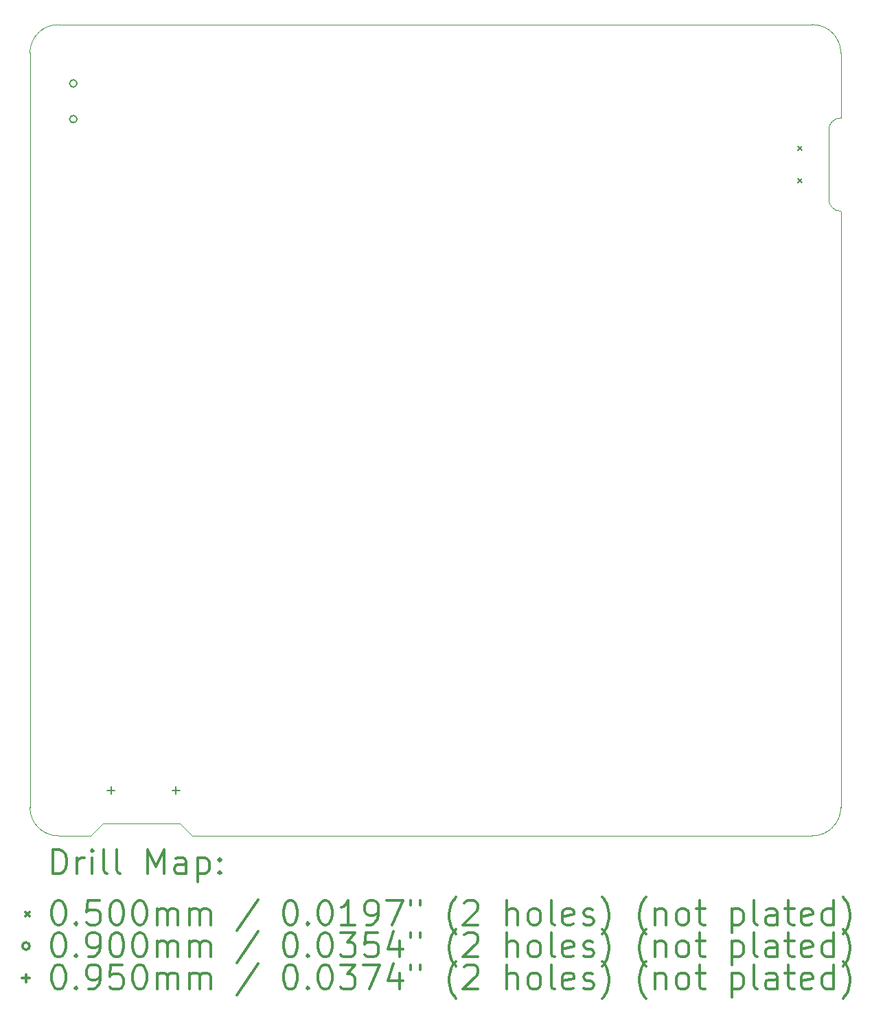
<source format=gbr>
%FSLAX45Y45*%
G04 Gerber Fmt 4.5, Leading zero omitted, Abs format (unit mm)*
G04 Created by KiCad (PCBNEW (5.1.10)-1) date 2021-11-18 19:13:32*
%MOMM*%
%LPD*%
G01*
G04 APERTURE LIST*
%TA.AperFunction,Profile*%
%ADD10C,0.050000*%
%TD*%
%ADD11C,0.200000*%
%ADD12C,0.300000*%
G04 APERTURE END LIST*
D10*
X5350000Y-16000000D02*
X5750000Y-16000000D01*
X5900000Y-15850000D02*
X5750000Y-16000000D01*
X6850000Y-15850000D02*
X5900000Y-15850000D01*
X7000000Y-16000000D02*
X6850000Y-15850000D01*
X15000000Y-6350000D02*
X15000000Y-7150000D01*
X14850000Y-8150000D02*
X14850000Y-7300000D01*
X15000000Y-8300000D02*
G75*
G02*
X14850000Y-8150000I0J150000D01*
G01*
X14850000Y-7300000D02*
G75*
G02*
X15000000Y-7150000I150000J0D01*
G01*
X5000000Y-6350000D02*
G75*
G02*
X5350000Y-6000000I350000J0D01*
G01*
X5350000Y-16000000D02*
G75*
G02*
X5000000Y-15650000I0J350000D01*
G01*
X15000000Y-15650000D02*
G75*
G02*
X14650000Y-16000000I-350000J0D01*
G01*
X14650000Y-6000000D02*
G75*
G02*
X15000000Y-6350000I0J-350000D01*
G01*
X5000000Y-6350000D02*
X5000000Y-15650000D01*
X14650000Y-6000000D02*
X5350000Y-6000000D01*
X15000000Y-15650000D02*
X15000000Y-8300000D01*
X7000000Y-16000000D02*
X14650000Y-16000000D01*
D11*
X14472500Y-7501500D02*
X14522500Y-7551500D01*
X14522500Y-7501500D02*
X14472500Y-7551500D01*
X14472500Y-7897500D02*
X14522500Y-7947500D01*
X14522500Y-7897500D02*
X14472500Y-7947500D01*
X5580000Y-6725000D02*
G75*
G03*
X5580000Y-6725000I-45000J0D01*
G01*
X5580000Y-7165000D02*
G75*
G03*
X5580000Y-7165000I-45000J0D01*
G01*
X6000000Y-15392500D02*
X6000000Y-15487500D01*
X5952500Y-15440000D02*
X6047500Y-15440000D01*
X6800000Y-15392500D02*
X6800000Y-15487500D01*
X6752500Y-15440000D02*
X6847500Y-15440000D01*
D12*
X5283928Y-16468214D02*
X5283928Y-16168214D01*
X5355357Y-16168214D01*
X5398214Y-16182500D01*
X5426786Y-16211071D01*
X5441071Y-16239643D01*
X5455357Y-16296786D01*
X5455357Y-16339643D01*
X5441071Y-16396786D01*
X5426786Y-16425357D01*
X5398214Y-16453929D01*
X5355357Y-16468214D01*
X5283928Y-16468214D01*
X5583928Y-16468214D02*
X5583928Y-16268214D01*
X5583928Y-16325357D02*
X5598214Y-16296786D01*
X5612500Y-16282500D01*
X5641071Y-16268214D01*
X5669643Y-16268214D01*
X5769643Y-16468214D02*
X5769643Y-16268214D01*
X5769643Y-16168214D02*
X5755357Y-16182500D01*
X5769643Y-16196786D01*
X5783928Y-16182500D01*
X5769643Y-16168214D01*
X5769643Y-16196786D01*
X5955357Y-16468214D02*
X5926786Y-16453929D01*
X5912500Y-16425357D01*
X5912500Y-16168214D01*
X6112500Y-16468214D02*
X6083928Y-16453929D01*
X6069643Y-16425357D01*
X6069643Y-16168214D01*
X6455357Y-16468214D02*
X6455357Y-16168214D01*
X6555357Y-16382500D01*
X6655357Y-16168214D01*
X6655357Y-16468214D01*
X6926786Y-16468214D02*
X6926786Y-16311071D01*
X6912500Y-16282500D01*
X6883928Y-16268214D01*
X6826786Y-16268214D01*
X6798214Y-16282500D01*
X6926786Y-16453929D02*
X6898214Y-16468214D01*
X6826786Y-16468214D01*
X6798214Y-16453929D01*
X6783928Y-16425357D01*
X6783928Y-16396786D01*
X6798214Y-16368214D01*
X6826786Y-16353929D01*
X6898214Y-16353929D01*
X6926786Y-16339643D01*
X7069643Y-16268214D02*
X7069643Y-16568214D01*
X7069643Y-16282500D02*
X7098214Y-16268214D01*
X7155357Y-16268214D01*
X7183928Y-16282500D01*
X7198214Y-16296786D01*
X7212500Y-16325357D01*
X7212500Y-16411071D01*
X7198214Y-16439643D01*
X7183928Y-16453929D01*
X7155357Y-16468214D01*
X7098214Y-16468214D01*
X7069643Y-16453929D01*
X7341071Y-16439643D02*
X7355357Y-16453929D01*
X7341071Y-16468214D01*
X7326786Y-16453929D01*
X7341071Y-16439643D01*
X7341071Y-16468214D01*
X7341071Y-16282500D02*
X7355357Y-16296786D01*
X7341071Y-16311071D01*
X7326786Y-16296786D01*
X7341071Y-16282500D01*
X7341071Y-16311071D01*
X4947500Y-16937500D02*
X4997500Y-16987500D01*
X4997500Y-16937500D02*
X4947500Y-16987500D01*
X5341071Y-16798214D02*
X5369643Y-16798214D01*
X5398214Y-16812500D01*
X5412500Y-16826786D01*
X5426786Y-16855357D01*
X5441071Y-16912500D01*
X5441071Y-16983929D01*
X5426786Y-17041072D01*
X5412500Y-17069643D01*
X5398214Y-17083929D01*
X5369643Y-17098214D01*
X5341071Y-17098214D01*
X5312500Y-17083929D01*
X5298214Y-17069643D01*
X5283928Y-17041072D01*
X5269643Y-16983929D01*
X5269643Y-16912500D01*
X5283928Y-16855357D01*
X5298214Y-16826786D01*
X5312500Y-16812500D01*
X5341071Y-16798214D01*
X5569643Y-17069643D02*
X5583928Y-17083929D01*
X5569643Y-17098214D01*
X5555357Y-17083929D01*
X5569643Y-17069643D01*
X5569643Y-17098214D01*
X5855357Y-16798214D02*
X5712500Y-16798214D01*
X5698214Y-16941072D01*
X5712500Y-16926786D01*
X5741071Y-16912500D01*
X5812500Y-16912500D01*
X5841071Y-16926786D01*
X5855357Y-16941072D01*
X5869643Y-16969643D01*
X5869643Y-17041072D01*
X5855357Y-17069643D01*
X5841071Y-17083929D01*
X5812500Y-17098214D01*
X5741071Y-17098214D01*
X5712500Y-17083929D01*
X5698214Y-17069643D01*
X6055357Y-16798214D02*
X6083928Y-16798214D01*
X6112500Y-16812500D01*
X6126786Y-16826786D01*
X6141071Y-16855357D01*
X6155357Y-16912500D01*
X6155357Y-16983929D01*
X6141071Y-17041072D01*
X6126786Y-17069643D01*
X6112500Y-17083929D01*
X6083928Y-17098214D01*
X6055357Y-17098214D01*
X6026786Y-17083929D01*
X6012500Y-17069643D01*
X5998214Y-17041072D01*
X5983928Y-16983929D01*
X5983928Y-16912500D01*
X5998214Y-16855357D01*
X6012500Y-16826786D01*
X6026786Y-16812500D01*
X6055357Y-16798214D01*
X6341071Y-16798214D02*
X6369643Y-16798214D01*
X6398214Y-16812500D01*
X6412500Y-16826786D01*
X6426786Y-16855357D01*
X6441071Y-16912500D01*
X6441071Y-16983929D01*
X6426786Y-17041072D01*
X6412500Y-17069643D01*
X6398214Y-17083929D01*
X6369643Y-17098214D01*
X6341071Y-17098214D01*
X6312500Y-17083929D01*
X6298214Y-17069643D01*
X6283928Y-17041072D01*
X6269643Y-16983929D01*
X6269643Y-16912500D01*
X6283928Y-16855357D01*
X6298214Y-16826786D01*
X6312500Y-16812500D01*
X6341071Y-16798214D01*
X6569643Y-17098214D02*
X6569643Y-16898214D01*
X6569643Y-16926786D02*
X6583928Y-16912500D01*
X6612500Y-16898214D01*
X6655357Y-16898214D01*
X6683928Y-16912500D01*
X6698214Y-16941072D01*
X6698214Y-17098214D01*
X6698214Y-16941072D02*
X6712500Y-16912500D01*
X6741071Y-16898214D01*
X6783928Y-16898214D01*
X6812500Y-16912500D01*
X6826786Y-16941072D01*
X6826786Y-17098214D01*
X6969643Y-17098214D02*
X6969643Y-16898214D01*
X6969643Y-16926786D02*
X6983928Y-16912500D01*
X7012500Y-16898214D01*
X7055357Y-16898214D01*
X7083928Y-16912500D01*
X7098214Y-16941072D01*
X7098214Y-17098214D01*
X7098214Y-16941072D02*
X7112500Y-16912500D01*
X7141071Y-16898214D01*
X7183928Y-16898214D01*
X7212500Y-16912500D01*
X7226786Y-16941072D01*
X7226786Y-17098214D01*
X7812500Y-16783929D02*
X7555357Y-17169643D01*
X8198214Y-16798214D02*
X8226786Y-16798214D01*
X8255357Y-16812500D01*
X8269643Y-16826786D01*
X8283928Y-16855357D01*
X8298214Y-16912500D01*
X8298214Y-16983929D01*
X8283928Y-17041072D01*
X8269643Y-17069643D01*
X8255357Y-17083929D01*
X8226786Y-17098214D01*
X8198214Y-17098214D01*
X8169643Y-17083929D01*
X8155357Y-17069643D01*
X8141071Y-17041072D01*
X8126786Y-16983929D01*
X8126786Y-16912500D01*
X8141071Y-16855357D01*
X8155357Y-16826786D01*
X8169643Y-16812500D01*
X8198214Y-16798214D01*
X8426786Y-17069643D02*
X8441071Y-17083929D01*
X8426786Y-17098214D01*
X8412500Y-17083929D01*
X8426786Y-17069643D01*
X8426786Y-17098214D01*
X8626786Y-16798214D02*
X8655357Y-16798214D01*
X8683928Y-16812500D01*
X8698214Y-16826786D01*
X8712500Y-16855357D01*
X8726786Y-16912500D01*
X8726786Y-16983929D01*
X8712500Y-17041072D01*
X8698214Y-17069643D01*
X8683928Y-17083929D01*
X8655357Y-17098214D01*
X8626786Y-17098214D01*
X8598214Y-17083929D01*
X8583928Y-17069643D01*
X8569643Y-17041072D01*
X8555357Y-16983929D01*
X8555357Y-16912500D01*
X8569643Y-16855357D01*
X8583928Y-16826786D01*
X8598214Y-16812500D01*
X8626786Y-16798214D01*
X9012500Y-17098214D02*
X8841071Y-17098214D01*
X8926786Y-17098214D02*
X8926786Y-16798214D01*
X8898214Y-16841072D01*
X8869643Y-16869643D01*
X8841071Y-16883929D01*
X9155357Y-17098214D02*
X9212500Y-17098214D01*
X9241071Y-17083929D01*
X9255357Y-17069643D01*
X9283928Y-17026786D01*
X9298214Y-16969643D01*
X9298214Y-16855357D01*
X9283928Y-16826786D01*
X9269643Y-16812500D01*
X9241071Y-16798214D01*
X9183928Y-16798214D01*
X9155357Y-16812500D01*
X9141071Y-16826786D01*
X9126786Y-16855357D01*
X9126786Y-16926786D01*
X9141071Y-16955357D01*
X9155357Y-16969643D01*
X9183928Y-16983929D01*
X9241071Y-16983929D01*
X9269643Y-16969643D01*
X9283928Y-16955357D01*
X9298214Y-16926786D01*
X9398214Y-16798214D02*
X9598214Y-16798214D01*
X9469643Y-17098214D01*
X9698214Y-16798214D02*
X9698214Y-16855357D01*
X9812500Y-16798214D02*
X9812500Y-16855357D01*
X10255357Y-17212500D02*
X10241071Y-17198214D01*
X10212500Y-17155357D01*
X10198214Y-17126786D01*
X10183928Y-17083929D01*
X10169643Y-17012500D01*
X10169643Y-16955357D01*
X10183928Y-16883929D01*
X10198214Y-16841072D01*
X10212500Y-16812500D01*
X10241071Y-16769643D01*
X10255357Y-16755357D01*
X10355357Y-16826786D02*
X10369643Y-16812500D01*
X10398214Y-16798214D01*
X10469643Y-16798214D01*
X10498214Y-16812500D01*
X10512500Y-16826786D01*
X10526786Y-16855357D01*
X10526786Y-16883929D01*
X10512500Y-16926786D01*
X10341071Y-17098214D01*
X10526786Y-17098214D01*
X10883928Y-17098214D02*
X10883928Y-16798214D01*
X11012500Y-17098214D02*
X11012500Y-16941072D01*
X10998214Y-16912500D01*
X10969643Y-16898214D01*
X10926786Y-16898214D01*
X10898214Y-16912500D01*
X10883928Y-16926786D01*
X11198214Y-17098214D02*
X11169643Y-17083929D01*
X11155357Y-17069643D01*
X11141071Y-17041072D01*
X11141071Y-16955357D01*
X11155357Y-16926786D01*
X11169643Y-16912500D01*
X11198214Y-16898214D01*
X11241071Y-16898214D01*
X11269643Y-16912500D01*
X11283928Y-16926786D01*
X11298214Y-16955357D01*
X11298214Y-17041072D01*
X11283928Y-17069643D01*
X11269643Y-17083929D01*
X11241071Y-17098214D01*
X11198214Y-17098214D01*
X11469643Y-17098214D02*
X11441071Y-17083929D01*
X11426786Y-17055357D01*
X11426786Y-16798214D01*
X11698214Y-17083929D02*
X11669643Y-17098214D01*
X11612500Y-17098214D01*
X11583928Y-17083929D01*
X11569643Y-17055357D01*
X11569643Y-16941072D01*
X11583928Y-16912500D01*
X11612500Y-16898214D01*
X11669643Y-16898214D01*
X11698214Y-16912500D01*
X11712500Y-16941072D01*
X11712500Y-16969643D01*
X11569643Y-16998214D01*
X11826786Y-17083929D02*
X11855357Y-17098214D01*
X11912500Y-17098214D01*
X11941071Y-17083929D01*
X11955357Y-17055357D01*
X11955357Y-17041072D01*
X11941071Y-17012500D01*
X11912500Y-16998214D01*
X11869643Y-16998214D01*
X11841071Y-16983929D01*
X11826786Y-16955357D01*
X11826786Y-16941072D01*
X11841071Y-16912500D01*
X11869643Y-16898214D01*
X11912500Y-16898214D01*
X11941071Y-16912500D01*
X12055357Y-17212500D02*
X12069643Y-17198214D01*
X12098214Y-17155357D01*
X12112500Y-17126786D01*
X12126786Y-17083929D01*
X12141071Y-17012500D01*
X12141071Y-16955357D01*
X12126786Y-16883929D01*
X12112500Y-16841072D01*
X12098214Y-16812500D01*
X12069643Y-16769643D01*
X12055357Y-16755357D01*
X12598214Y-17212500D02*
X12583928Y-17198214D01*
X12555357Y-17155357D01*
X12541071Y-17126786D01*
X12526786Y-17083929D01*
X12512500Y-17012500D01*
X12512500Y-16955357D01*
X12526786Y-16883929D01*
X12541071Y-16841072D01*
X12555357Y-16812500D01*
X12583928Y-16769643D01*
X12598214Y-16755357D01*
X12712500Y-16898214D02*
X12712500Y-17098214D01*
X12712500Y-16926786D02*
X12726786Y-16912500D01*
X12755357Y-16898214D01*
X12798214Y-16898214D01*
X12826786Y-16912500D01*
X12841071Y-16941072D01*
X12841071Y-17098214D01*
X13026786Y-17098214D02*
X12998214Y-17083929D01*
X12983928Y-17069643D01*
X12969643Y-17041072D01*
X12969643Y-16955357D01*
X12983928Y-16926786D01*
X12998214Y-16912500D01*
X13026786Y-16898214D01*
X13069643Y-16898214D01*
X13098214Y-16912500D01*
X13112500Y-16926786D01*
X13126786Y-16955357D01*
X13126786Y-17041072D01*
X13112500Y-17069643D01*
X13098214Y-17083929D01*
X13069643Y-17098214D01*
X13026786Y-17098214D01*
X13212500Y-16898214D02*
X13326786Y-16898214D01*
X13255357Y-16798214D02*
X13255357Y-17055357D01*
X13269643Y-17083929D01*
X13298214Y-17098214D01*
X13326786Y-17098214D01*
X13655357Y-16898214D02*
X13655357Y-17198214D01*
X13655357Y-16912500D02*
X13683928Y-16898214D01*
X13741071Y-16898214D01*
X13769643Y-16912500D01*
X13783928Y-16926786D01*
X13798214Y-16955357D01*
X13798214Y-17041072D01*
X13783928Y-17069643D01*
X13769643Y-17083929D01*
X13741071Y-17098214D01*
X13683928Y-17098214D01*
X13655357Y-17083929D01*
X13969643Y-17098214D02*
X13941071Y-17083929D01*
X13926786Y-17055357D01*
X13926786Y-16798214D01*
X14212500Y-17098214D02*
X14212500Y-16941072D01*
X14198214Y-16912500D01*
X14169643Y-16898214D01*
X14112500Y-16898214D01*
X14083928Y-16912500D01*
X14212500Y-17083929D02*
X14183928Y-17098214D01*
X14112500Y-17098214D01*
X14083928Y-17083929D01*
X14069643Y-17055357D01*
X14069643Y-17026786D01*
X14083928Y-16998214D01*
X14112500Y-16983929D01*
X14183928Y-16983929D01*
X14212500Y-16969643D01*
X14312500Y-16898214D02*
X14426786Y-16898214D01*
X14355357Y-16798214D02*
X14355357Y-17055357D01*
X14369643Y-17083929D01*
X14398214Y-17098214D01*
X14426786Y-17098214D01*
X14641071Y-17083929D02*
X14612500Y-17098214D01*
X14555357Y-17098214D01*
X14526786Y-17083929D01*
X14512500Y-17055357D01*
X14512500Y-16941072D01*
X14526786Y-16912500D01*
X14555357Y-16898214D01*
X14612500Y-16898214D01*
X14641071Y-16912500D01*
X14655357Y-16941072D01*
X14655357Y-16969643D01*
X14512500Y-16998214D01*
X14912500Y-17098214D02*
X14912500Y-16798214D01*
X14912500Y-17083929D02*
X14883928Y-17098214D01*
X14826786Y-17098214D01*
X14798214Y-17083929D01*
X14783928Y-17069643D01*
X14769643Y-17041072D01*
X14769643Y-16955357D01*
X14783928Y-16926786D01*
X14798214Y-16912500D01*
X14826786Y-16898214D01*
X14883928Y-16898214D01*
X14912500Y-16912500D01*
X15026786Y-17212500D02*
X15041071Y-17198214D01*
X15069643Y-17155357D01*
X15083928Y-17126786D01*
X15098214Y-17083929D01*
X15112500Y-17012500D01*
X15112500Y-16955357D01*
X15098214Y-16883929D01*
X15083928Y-16841072D01*
X15069643Y-16812500D01*
X15041071Y-16769643D01*
X15026786Y-16755357D01*
X4997500Y-17358500D02*
G75*
G03*
X4997500Y-17358500I-45000J0D01*
G01*
X5341071Y-17194214D02*
X5369643Y-17194214D01*
X5398214Y-17208500D01*
X5412500Y-17222786D01*
X5426786Y-17251357D01*
X5441071Y-17308500D01*
X5441071Y-17379929D01*
X5426786Y-17437072D01*
X5412500Y-17465643D01*
X5398214Y-17479929D01*
X5369643Y-17494214D01*
X5341071Y-17494214D01*
X5312500Y-17479929D01*
X5298214Y-17465643D01*
X5283928Y-17437072D01*
X5269643Y-17379929D01*
X5269643Y-17308500D01*
X5283928Y-17251357D01*
X5298214Y-17222786D01*
X5312500Y-17208500D01*
X5341071Y-17194214D01*
X5569643Y-17465643D02*
X5583928Y-17479929D01*
X5569643Y-17494214D01*
X5555357Y-17479929D01*
X5569643Y-17465643D01*
X5569643Y-17494214D01*
X5726786Y-17494214D02*
X5783928Y-17494214D01*
X5812500Y-17479929D01*
X5826786Y-17465643D01*
X5855357Y-17422786D01*
X5869643Y-17365643D01*
X5869643Y-17251357D01*
X5855357Y-17222786D01*
X5841071Y-17208500D01*
X5812500Y-17194214D01*
X5755357Y-17194214D01*
X5726786Y-17208500D01*
X5712500Y-17222786D01*
X5698214Y-17251357D01*
X5698214Y-17322786D01*
X5712500Y-17351357D01*
X5726786Y-17365643D01*
X5755357Y-17379929D01*
X5812500Y-17379929D01*
X5841071Y-17365643D01*
X5855357Y-17351357D01*
X5869643Y-17322786D01*
X6055357Y-17194214D02*
X6083928Y-17194214D01*
X6112500Y-17208500D01*
X6126786Y-17222786D01*
X6141071Y-17251357D01*
X6155357Y-17308500D01*
X6155357Y-17379929D01*
X6141071Y-17437072D01*
X6126786Y-17465643D01*
X6112500Y-17479929D01*
X6083928Y-17494214D01*
X6055357Y-17494214D01*
X6026786Y-17479929D01*
X6012500Y-17465643D01*
X5998214Y-17437072D01*
X5983928Y-17379929D01*
X5983928Y-17308500D01*
X5998214Y-17251357D01*
X6012500Y-17222786D01*
X6026786Y-17208500D01*
X6055357Y-17194214D01*
X6341071Y-17194214D02*
X6369643Y-17194214D01*
X6398214Y-17208500D01*
X6412500Y-17222786D01*
X6426786Y-17251357D01*
X6441071Y-17308500D01*
X6441071Y-17379929D01*
X6426786Y-17437072D01*
X6412500Y-17465643D01*
X6398214Y-17479929D01*
X6369643Y-17494214D01*
X6341071Y-17494214D01*
X6312500Y-17479929D01*
X6298214Y-17465643D01*
X6283928Y-17437072D01*
X6269643Y-17379929D01*
X6269643Y-17308500D01*
X6283928Y-17251357D01*
X6298214Y-17222786D01*
X6312500Y-17208500D01*
X6341071Y-17194214D01*
X6569643Y-17494214D02*
X6569643Y-17294214D01*
X6569643Y-17322786D02*
X6583928Y-17308500D01*
X6612500Y-17294214D01*
X6655357Y-17294214D01*
X6683928Y-17308500D01*
X6698214Y-17337072D01*
X6698214Y-17494214D01*
X6698214Y-17337072D02*
X6712500Y-17308500D01*
X6741071Y-17294214D01*
X6783928Y-17294214D01*
X6812500Y-17308500D01*
X6826786Y-17337072D01*
X6826786Y-17494214D01*
X6969643Y-17494214D02*
X6969643Y-17294214D01*
X6969643Y-17322786D02*
X6983928Y-17308500D01*
X7012500Y-17294214D01*
X7055357Y-17294214D01*
X7083928Y-17308500D01*
X7098214Y-17337072D01*
X7098214Y-17494214D01*
X7098214Y-17337072D02*
X7112500Y-17308500D01*
X7141071Y-17294214D01*
X7183928Y-17294214D01*
X7212500Y-17308500D01*
X7226786Y-17337072D01*
X7226786Y-17494214D01*
X7812500Y-17179929D02*
X7555357Y-17565643D01*
X8198214Y-17194214D02*
X8226786Y-17194214D01*
X8255357Y-17208500D01*
X8269643Y-17222786D01*
X8283928Y-17251357D01*
X8298214Y-17308500D01*
X8298214Y-17379929D01*
X8283928Y-17437072D01*
X8269643Y-17465643D01*
X8255357Y-17479929D01*
X8226786Y-17494214D01*
X8198214Y-17494214D01*
X8169643Y-17479929D01*
X8155357Y-17465643D01*
X8141071Y-17437072D01*
X8126786Y-17379929D01*
X8126786Y-17308500D01*
X8141071Y-17251357D01*
X8155357Y-17222786D01*
X8169643Y-17208500D01*
X8198214Y-17194214D01*
X8426786Y-17465643D02*
X8441071Y-17479929D01*
X8426786Y-17494214D01*
X8412500Y-17479929D01*
X8426786Y-17465643D01*
X8426786Y-17494214D01*
X8626786Y-17194214D02*
X8655357Y-17194214D01*
X8683928Y-17208500D01*
X8698214Y-17222786D01*
X8712500Y-17251357D01*
X8726786Y-17308500D01*
X8726786Y-17379929D01*
X8712500Y-17437072D01*
X8698214Y-17465643D01*
X8683928Y-17479929D01*
X8655357Y-17494214D01*
X8626786Y-17494214D01*
X8598214Y-17479929D01*
X8583928Y-17465643D01*
X8569643Y-17437072D01*
X8555357Y-17379929D01*
X8555357Y-17308500D01*
X8569643Y-17251357D01*
X8583928Y-17222786D01*
X8598214Y-17208500D01*
X8626786Y-17194214D01*
X8826786Y-17194214D02*
X9012500Y-17194214D01*
X8912500Y-17308500D01*
X8955357Y-17308500D01*
X8983928Y-17322786D01*
X8998214Y-17337072D01*
X9012500Y-17365643D01*
X9012500Y-17437072D01*
X8998214Y-17465643D01*
X8983928Y-17479929D01*
X8955357Y-17494214D01*
X8869643Y-17494214D01*
X8841071Y-17479929D01*
X8826786Y-17465643D01*
X9283928Y-17194214D02*
X9141071Y-17194214D01*
X9126786Y-17337072D01*
X9141071Y-17322786D01*
X9169643Y-17308500D01*
X9241071Y-17308500D01*
X9269643Y-17322786D01*
X9283928Y-17337072D01*
X9298214Y-17365643D01*
X9298214Y-17437072D01*
X9283928Y-17465643D01*
X9269643Y-17479929D01*
X9241071Y-17494214D01*
X9169643Y-17494214D01*
X9141071Y-17479929D01*
X9126786Y-17465643D01*
X9555357Y-17294214D02*
X9555357Y-17494214D01*
X9483928Y-17179929D02*
X9412500Y-17394214D01*
X9598214Y-17394214D01*
X9698214Y-17194214D02*
X9698214Y-17251357D01*
X9812500Y-17194214D02*
X9812500Y-17251357D01*
X10255357Y-17608500D02*
X10241071Y-17594214D01*
X10212500Y-17551357D01*
X10198214Y-17522786D01*
X10183928Y-17479929D01*
X10169643Y-17408500D01*
X10169643Y-17351357D01*
X10183928Y-17279929D01*
X10198214Y-17237072D01*
X10212500Y-17208500D01*
X10241071Y-17165643D01*
X10255357Y-17151357D01*
X10355357Y-17222786D02*
X10369643Y-17208500D01*
X10398214Y-17194214D01*
X10469643Y-17194214D01*
X10498214Y-17208500D01*
X10512500Y-17222786D01*
X10526786Y-17251357D01*
X10526786Y-17279929D01*
X10512500Y-17322786D01*
X10341071Y-17494214D01*
X10526786Y-17494214D01*
X10883928Y-17494214D02*
X10883928Y-17194214D01*
X11012500Y-17494214D02*
X11012500Y-17337072D01*
X10998214Y-17308500D01*
X10969643Y-17294214D01*
X10926786Y-17294214D01*
X10898214Y-17308500D01*
X10883928Y-17322786D01*
X11198214Y-17494214D02*
X11169643Y-17479929D01*
X11155357Y-17465643D01*
X11141071Y-17437072D01*
X11141071Y-17351357D01*
X11155357Y-17322786D01*
X11169643Y-17308500D01*
X11198214Y-17294214D01*
X11241071Y-17294214D01*
X11269643Y-17308500D01*
X11283928Y-17322786D01*
X11298214Y-17351357D01*
X11298214Y-17437072D01*
X11283928Y-17465643D01*
X11269643Y-17479929D01*
X11241071Y-17494214D01*
X11198214Y-17494214D01*
X11469643Y-17494214D02*
X11441071Y-17479929D01*
X11426786Y-17451357D01*
X11426786Y-17194214D01*
X11698214Y-17479929D02*
X11669643Y-17494214D01*
X11612500Y-17494214D01*
X11583928Y-17479929D01*
X11569643Y-17451357D01*
X11569643Y-17337072D01*
X11583928Y-17308500D01*
X11612500Y-17294214D01*
X11669643Y-17294214D01*
X11698214Y-17308500D01*
X11712500Y-17337072D01*
X11712500Y-17365643D01*
X11569643Y-17394214D01*
X11826786Y-17479929D02*
X11855357Y-17494214D01*
X11912500Y-17494214D01*
X11941071Y-17479929D01*
X11955357Y-17451357D01*
X11955357Y-17437072D01*
X11941071Y-17408500D01*
X11912500Y-17394214D01*
X11869643Y-17394214D01*
X11841071Y-17379929D01*
X11826786Y-17351357D01*
X11826786Y-17337072D01*
X11841071Y-17308500D01*
X11869643Y-17294214D01*
X11912500Y-17294214D01*
X11941071Y-17308500D01*
X12055357Y-17608500D02*
X12069643Y-17594214D01*
X12098214Y-17551357D01*
X12112500Y-17522786D01*
X12126786Y-17479929D01*
X12141071Y-17408500D01*
X12141071Y-17351357D01*
X12126786Y-17279929D01*
X12112500Y-17237072D01*
X12098214Y-17208500D01*
X12069643Y-17165643D01*
X12055357Y-17151357D01*
X12598214Y-17608500D02*
X12583928Y-17594214D01*
X12555357Y-17551357D01*
X12541071Y-17522786D01*
X12526786Y-17479929D01*
X12512500Y-17408500D01*
X12512500Y-17351357D01*
X12526786Y-17279929D01*
X12541071Y-17237072D01*
X12555357Y-17208500D01*
X12583928Y-17165643D01*
X12598214Y-17151357D01*
X12712500Y-17294214D02*
X12712500Y-17494214D01*
X12712500Y-17322786D02*
X12726786Y-17308500D01*
X12755357Y-17294214D01*
X12798214Y-17294214D01*
X12826786Y-17308500D01*
X12841071Y-17337072D01*
X12841071Y-17494214D01*
X13026786Y-17494214D02*
X12998214Y-17479929D01*
X12983928Y-17465643D01*
X12969643Y-17437072D01*
X12969643Y-17351357D01*
X12983928Y-17322786D01*
X12998214Y-17308500D01*
X13026786Y-17294214D01*
X13069643Y-17294214D01*
X13098214Y-17308500D01*
X13112500Y-17322786D01*
X13126786Y-17351357D01*
X13126786Y-17437072D01*
X13112500Y-17465643D01*
X13098214Y-17479929D01*
X13069643Y-17494214D01*
X13026786Y-17494214D01*
X13212500Y-17294214D02*
X13326786Y-17294214D01*
X13255357Y-17194214D02*
X13255357Y-17451357D01*
X13269643Y-17479929D01*
X13298214Y-17494214D01*
X13326786Y-17494214D01*
X13655357Y-17294214D02*
X13655357Y-17594214D01*
X13655357Y-17308500D02*
X13683928Y-17294214D01*
X13741071Y-17294214D01*
X13769643Y-17308500D01*
X13783928Y-17322786D01*
X13798214Y-17351357D01*
X13798214Y-17437072D01*
X13783928Y-17465643D01*
X13769643Y-17479929D01*
X13741071Y-17494214D01*
X13683928Y-17494214D01*
X13655357Y-17479929D01*
X13969643Y-17494214D02*
X13941071Y-17479929D01*
X13926786Y-17451357D01*
X13926786Y-17194214D01*
X14212500Y-17494214D02*
X14212500Y-17337072D01*
X14198214Y-17308500D01*
X14169643Y-17294214D01*
X14112500Y-17294214D01*
X14083928Y-17308500D01*
X14212500Y-17479929D02*
X14183928Y-17494214D01*
X14112500Y-17494214D01*
X14083928Y-17479929D01*
X14069643Y-17451357D01*
X14069643Y-17422786D01*
X14083928Y-17394214D01*
X14112500Y-17379929D01*
X14183928Y-17379929D01*
X14212500Y-17365643D01*
X14312500Y-17294214D02*
X14426786Y-17294214D01*
X14355357Y-17194214D02*
X14355357Y-17451357D01*
X14369643Y-17479929D01*
X14398214Y-17494214D01*
X14426786Y-17494214D01*
X14641071Y-17479929D02*
X14612500Y-17494214D01*
X14555357Y-17494214D01*
X14526786Y-17479929D01*
X14512500Y-17451357D01*
X14512500Y-17337072D01*
X14526786Y-17308500D01*
X14555357Y-17294214D01*
X14612500Y-17294214D01*
X14641071Y-17308500D01*
X14655357Y-17337072D01*
X14655357Y-17365643D01*
X14512500Y-17394214D01*
X14912500Y-17494214D02*
X14912500Y-17194214D01*
X14912500Y-17479929D02*
X14883928Y-17494214D01*
X14826786Y-17494214D01*
X14798214Y-17479929D01*
X14783928Y-17465643D01*
X14769643Y-17437072D01*
X14769643Y-17351357D01*
X14783928Y-17322786D01*
X14798214Y-17308500D01*
X14826786Y-17294214D01*
X14883928Y-17294214D01*
X14912500Y-17308500D01*
X15026786Y-17608500D02*
X15041071Y-17594214D01*
X15069643Y-17551357D01*
X15083928Y-17522786D01*
X15098214Y-17479929D01*
X15112500Y-17408500D01*
X15112500Y-17351357D01*
X15098214Y-17279929D01*
X15083928Y-17237072D01*
X15069643Y-17208500D01*
X15041071Y-17165643D01*
X15026786Y-17151357D01*
X4950000Y-17707000D02*
X4950000Y-17802000D01*
X4902500Y-17754500D02*
X4997500Y-17754500D01*
X5341071Y-17590214D02*
X5369643Y-17590214D01*
X5398214Y-17604500D01*
X5412500Y-17618786D01*
X5426786Y-17647357D01*
X5441071Y-17704500D01*
X5441071Y-17775929D01*
X5426786Y-17833072D01*
X5412500Y-17861643D01*
X5398214Y-17875929D01*
X5369643Y-17890214D01*
X5341071Y-17890214D01*
X5312500Y-17875929D01*
X5298214Y-17861643D01*
X5283928Y-17833072D01*
X5269643Y-17775929D01*
X5269643Y-17704500D01*
X5283928Y-17647357D01*
X5298214Y-17618786D01*
X5312500Y-17604500D01*
X5341071Y-17590214D01*
X5569643Y-17861643D02*
X5583928Y-17875929D01*
X5569643Y-17890214D01*
X5555357Y-17875929D01*
X5569643Y-17861643D01*
X5569643Y-17890214D01*
X5726786Y-17890214D02*
X5783928Y-17890214D01*
X5812500Y-17875929D01*
X5826786Y-17861643D01*
X5855357Y-17818786D01*
X5869643Y-17761643D01*
X5869643Y-17647357D01*
X5855357Y-17618786D01*
X5841071Y-17604500D01*
X5812500Y-17590214D01*
X5755357Y-17590214D01*
X5726786Y-17604500D01*
X5712500Y-17618786D01*
X5698214Y-17647357D01*
X5698214Y-17718786D01*
X5712500Y-17747357D01*
X5726786Y-17761643D01*
X5755357Y-17775929D01*
X5812500Y-17775929D01*
X5841071Y-17761643D01*
X5855357Y-17747357D01*
X5869643Y-17718786D01*
X6141071Y-17590214D02*
X5998214Y-17590214D01*
X5983928Y-17733072D01*
X5998214Y-17718786D01*
X6026786Y-17704500D01*
X6098214Y-17704500D01*
X6126786Y-17718786D01*
X6141071Y-17733072D01*
X6155357Y-17761643D01*
X6155357Y-17833072D01*
X6141071Y-17861643D01*
X6126786Y-17875929D01*
X6098214Y-17890214D01*
X6026786Y-17890214D01*
X5998214Y-17875929D01*
X5983928Y-17861643D01*
X6341071Y-17590214D02*
X6369643Y-17590214D01*
X6398214Y-17604500D01*
X6412500Y-17618786D01*
X6426786Y-17647357D01*
X6441071Y-17704500D01*
X6441071Y-17775929D01*
X6426786Y-17833072D01*
X6412500Y-17861643D01*
X6398214Y-17875929D01*
X6369643Y-17890214D01*
X6341071Y-17890214D01*
X6312500Y-17875929D01*
X6298214Y-17861643D01*
X6283928Y-17833072D01*
X6269643Y-17775929D01*
X6269643Y-17704500D01*
X6283928Y-17647357D01*
X6298214Y-17618786D01*
X6312500Y-17604500D01*
X6341071Y-17590214D01*
X6569643Y-17890214D02*
X6569643Y-17690214D01*
X6569643Y-17718786D02*
X6583928Y-17704500D01*
X6612500Y-17690214D01*
X6655357Y-17690214D01*
X6683928Y-17704500D01*
X6698214Y-17733072D01*
X6698214Y-17890214D01*
X6698214Y-17733072D02*
X6712500Y-17704500D01*
X6741071Y-17690214D01*
X6783928Y-17690214D01*
X6812500Y-17704500D01*
X6826786Y-17733072D01*
X6826786Y-17890214D01*
X6969643Y-17890214D02*
X6969643Y-17690214D01*
X6969643Y-17718786D02*
X6983928Y-17704500D01*
X7012500Y-17690214D01*
X7055357Y-17690214D01*
X7083928Y-17704500D01*
X7098214Y-17733072D01*
X7098214Y-17890214D01*
X7098214Y-17733072D02*
X7112500Y-17704500D01*
X7141071Y-17690214D01*
X7183928Y-17690214D01*
X7212500Y-17704500D01*
X7226786Y-17733072D01*
X7226786Y-17890214D01*
X7812500Y-17575929D02*
X7555357Y-17961643D01*
X8198214Y-17590214D02*
X8226786Y-17590214D01*
X8255357Y-17604500D01*
X8269643Y-17618786D01*
X8283928Y-17647357D01*
X8298214Y-17704500D01*
X8298214Y-17775929D01*
X8283928Y-17833072D01*
X8269643Y-17861643D01*
X8255357Y-17875929D01*
X8226786Y-17890214D01*
X8198214Y-17890214D01*
X8169643Y-17875929D01*
X8155357Y-17861643D01*
X8141071Y-17833072D01*
X8126786Y-17775929D01*
X8126786Y-17704500D01*
X8141071Y-17647357D01*
X8155357Y-17618786D01*
X8169643Y-17604500D01*
X8198214Y-17590214D01*
X8426786Y-17861643D02*
X8441071Y-17875929D01*
X8426786Y-17890214D01*
X8412500Y-17875929D01*
X8426786Y-17861643D01*
X8426786Y-17890214D01*
X8626786Y-17590214D02*
X8655357Y-17590214D01*
X8683928Y-17604500D01*
X8698214Y-17618786D01*
X8712500Y-17647357D01*
X8726786Y-17704500D01*
X8726786Y-17775929D01*
X8712500Y-17833072D01*
X8698214Y-17861643D01*
X8683928Y-17875929D01*
X8655357Y-17890214D01*
X8626786Y-17890214D01*
X8598214Y-17875929D01*
X8583928Y-17861643D01*
X8569643Y-17833072D01*
X8555357Y-17775929D01*
X8555357Y-17704500D01*
X8569643Y-17647357D01*
X8583928Y-17618786D01*
X8598214Y-17604500D01*
X8626786Y-17590214D01*
X8826786Y-17590214D02*
X9012500Y-17590214D01*
X8912500Y-17704500D01*
X8955357Y-17704500D01*
X8983928Y-17718786D01*
X8998214Y-17733072D01*
X9012500Y-17761643D01*
X9012500Y-17833072D01*
X8998214Y-17861643D01*
X8983928Y-17875929D01*
X8955357Y-17890214D01*
X8869643Y-17890214D01*
X8841071Y-17875929D01*
X8826786Y-17861643D01*
X9112500Y-17590214D02*
X9312500Y-17590214D01*
X9183928Y-17890214D01*
X9555357Y-17690214D02*
X9555357Y-17890214D01*
X9483928Y-17575929D02*
X9412500Y-17790214D01*
X9598214Y-17790214D01*
X9698214Y-17590214D02*
X9698214Y-17647357D01*
X9812500Y-17590214D02*
X9812500Y-17647357D01*
X10255357Y-18004500D02*
X10241071Y-17990214D01*
X10212500Y-17947357D01*
X10198214Y-17918786D01*
X10183928Y-17875929D01*
X10169643Y-17804500D01*
X10169643Y-17747357D01*
X10183928Y-17675929D01*
X10198214Y-17633072D01*
X10212500Y-17604500D01*
X10241071Y-17561643D01*
X10255357Y-17547357D01*
X10355357Y-17618786D02*
X10369643Y-17604500D01*
X10398214Y-17590214D01*
X10469643Y-17590214D01*
X10498214Y-17604500D01*
X10512500Y-17618786D01*
X10526786Y-17647357D01*
X10526786Y-17675929D01*
X10512500Y-17718786D01*
X10341071Y-17890214D01*
X10526786Y-17890214D01*
X10883928Y-17890214D02*
X10883928Y-17590214D01*
X11012500Y-17890214D02*
X11012500Y-17733072D01*
X10998214Y-17704500D01*
X10969643Y-17690214D01*
X10926786Y-17690214D01*
X10898214Y-17704500D01*
X10883928Y-17718786D01*
X11198214Y-17890214D02*
X11169643Y-17875929D01*
X11155357Y-17861643D01*
X11141071Y-17833072D01*
X11141071Y-17747357D01*
X11155357Y-17718786D01*
X11169643Y-17704500D01*
X11198214Y-17690214D01*
X11241071Y-17690214D01*
X11269643Y-17704500D01*
X11283928Y-17718786D01*
X11298214Y-17747357D01*
X11298214Y-17833072D01*
X11283928Y-17861643D01*
X11269643Y-17875929D01*
X11241071Y-17890214D01*
X11198214Y-17890214D01*
X11469643Y-17890214D02*
X11441071Y-17875929D01*
X11426786Y-17847357D01*
X11426786Y-17590214D01*
X11698214Y-17875929D02*
X11669643Y-17890214D01*
X11612500Y-17890214D01*
X11583928Y-17875929D01*
X11569643Y-17847357D01*
X11569643Y-17733072D01*
X11583928Y-17704500D01*
X11612500Y-17690214D01*
X11669643Y-17690214D01*
X11698214Y-17704500D01*
X11712500Y-17733072D01*
X11712500Y-17761643D01*
X11569643Y-17790214D01*
X11826786Y-17875929D02*
X11855357Y-17890214D01*
X11912500Y-17890214D01*
X11941071Y-17875929D01*
X11955357Y-17847357D01*
X11955357Y-17833072D01*
X11941071Y-17804500D01*
X11912500Y-17790214D01*
X11869643Y-17790214D01*
X11841071Y-17775929D01*
X11826786Y-17747357D01*
X11826786Y-17733072D01*
X11841071Y-17704500D01*
X11869643Y-17690214D01*
X11912500Y-17690214D01*
X11941071Y-17704500D01*
X12055357Y-18004500D02*
X12069643Y-17990214D01*
X12098214Y-17947357D01*
X12112500Y-17918786D01*
X12126786Y-17875929D01*
X12141071Y-17804500D01*
X12141071Y-17747357D01*
X12126786Y-17675929D01*
X12112500Y-17633072D01*
X12098214Y-17604500D01*
X12069643Y-17561643D01*
X12055357Y-17547357D01*
X12598214Y-18004500D02*
X12583928Y-17990214D01*
X12555357Y-17947357D01*
X12541071Y-17918786D01*
X12526786Y-17875929D01*
X12512500Y-17804500D01*
X12512500Y-17747357D01*
X12526786Y-17675929D01*
X12541071Y-17633072D01*
X12555357Y-17604500D01*
X12583928Y-17561643D01*
X12598214Y-17547357D01*
X12712500Y-17690214D02*
X12712500Y-17890214D01*
X12712500Y-17718786D02*
X12726786Y-17704500D01*
X12755357Y-17690214D01*
X12798214Y-17690214D01*
X12826786Y-17704500D01*
X12841071Y-17733072D01*
X12841071Y-17890214D01*
X13026786Y-17890214D02*
X12998214Y-17875929D01*
X12983928Y-17861643D01*
X12969643Y-17833072D01*
X12969643Y-17747357D01*
X12983928Y-17718786D01*
X12998214Y-17704500D01*
X13026786Y-17690214D01*
X13069643Y-17690214D01*
X13098214Y-17704500D01*
X13112500Y-17718786D01*
X13126786Y-17747357D01*
X13126786Y-17833072D01*
X13112500Y-17861643D01*
X13098214Y-17875929D01*
X13069643Y-17890214D01*
X13026786Y-17890214D01*
X13212500Y-17690214D02*
X13326786Y-17690214D01*
X13255357Y-17590214D02*
X13255357Y-17847357D01*
X13269643Y-17875929D01*
X13298214Y-17890214D01*
X13326786Y-17890214D01*
X13655357Y-17690214D02*
X13655357Y-17990214D01*
X13655357Y-17704500D02*
X13683928Y-17690214D01*
X13741071Y-17690214D01*
X13769643Y-17704500D01*
X13783928Y-17718786D01*
X13798214Y-17747357D01*
X13798214Y-17833072D01*
X13783928Y-17861643D01*
X13769643Y-17875929D01*
X13741071Y-17890214D01*
X13683928Y-17890214D01*
X13655357Y-17875929D01*
X13969643Y-17890214D02*
X13941071Y-17875929D01*
X13926786Y-17847357D01*
X13926786Y-17590214D01*
X14212500Y-17890214D02*
X14212500Y-17733072D01*
X14198214Y-17704500D01*
X14169643Y-17690214D01*
X14112500Y-17690214D01*
X14083928Y-17704500D01*
X14212500Y-17875929D02*
X14183928Y-17890214D01*
X14112500Y-17890214D01*
X14083928Y-17875929D01*
X14069643Y-17847357D01*
X14069643Y-17818786D01*
X14083928Y-17790214D01*
X14112500Y-17775929D01*
X14183928Y-17775929D01*
X14212500Y-17761643D01*
X14312500Y-17690214D02*
X14426786Y-17690214D01*
X14355357Y-17590214D02*
X14355357Y-17847357D01*
X14369643Y-17875929D01*
X14398214Y-17890214D01*
X14426786Y-17890214D01*
X14641071Y-17875929D02*
X14612500Y-17890214D01*
X14555357Y-17890214D01*
X14526786Y-17875929D01*
X14512500Y-17847357D01*
X14512500Y-17733072D01*
X14526786Y-17704500D01*
X14555357Y-17690214D01*
X14612500Y-17690214D01*
X14641071Y-17704500D01*
X14655357Y-17733072D01*
X14655357Y-17761643D01*
X14512500Y-17790214D01*
X14912500Y-17890214D02*
X14912500Y-17590214D01*
X14912500Y-17875929D02*
X14883928Y-17890214D01*
X14826786Y-17890214D01*
X14798214Y-17875929D01*
X14783928Y-17861643D01*
X14769643Y-17833072D01*
X14769643Y-17747357D01*
X14783928Y-17718786D01*
X14798214Y-17704500D01*
X14826786Y-17690214D01*
X14883928Y-17690214D01*
X14912500Y-17704500D01*
X15026786Y-18004500D02*
X15041071Y-17990214D01*
X15069643Y-17947357D01*
X15083928Y-17918786D01*
X15098214Y-17875929D01*
X15112500Y-17804500D01*
X15112500Y-17747357D01*
X15098214Y-17675929D01*
X15083928Y-17633072D01*
X15069643Y-17604500D01*
X15041071Y-17561643D01*
X15026786Y-17547357D01*
M02*

</source>
